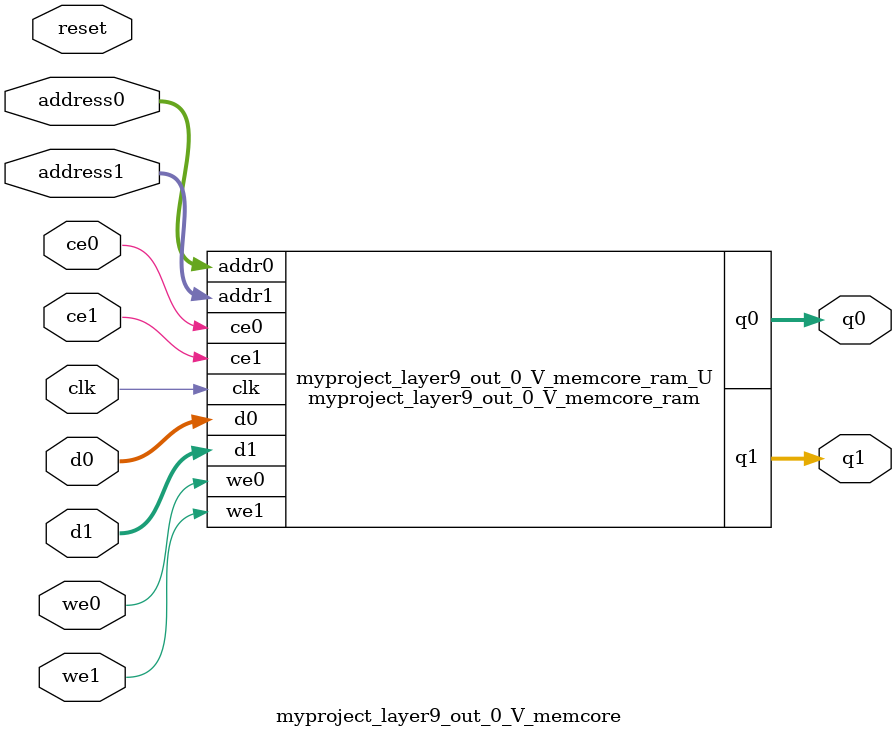
<source format=v>
`timescale 1 ns / 1 ps
module myproject_layer9_out_0_V_memcore_ram (addr0, ce0, d0, we0, q0, addr1, ce1, d1, we1, q1,  clk);

parameter DWIDTH = 16;
parameter AWIDTH = 4;
parameter MEM_SIZE = 14;

input[AWIDTH-1:0] addr0;
input ce0;
input[DWIDTH-1:0] d0;
input we0;
output reg[DWIDTH-1:0] q0;
input[AWIDTH-1:0] addr1;
input ce1;
input[DWIDTH-1:0] d1;
input we1;
output reg[DWIDTH-1:0] q1;
input clk;

(* ram_style = "distributed" *)reg [DWIDTH-1:0] ram[0:MEM_SIZE-1];




always @(posedge clk)  
begin 
    if (ce0) begin
        if (we0) 
            ram[addr0] <= d0; 
        q0 <= ram[addr0];
    end
end


always @(posedge clk)  
begin 
    if (ce1) begin
        if (we1) 
            ram[addr1] <= d1; 
        q1 <= ram[addr1];
    end
end


endmodule

`timescale 1 ns / 1 ps
module myproject_layer9_out_0_V_memcore(
    reset,
    clk,
    address0,
    ce0,
    we0,
    d0,
    q0,
    address1,
    ce1,
    we1,
    d1,
    q1);

parameter DataWidth = 32'd16;
parameter AddressRange = 32'd14;
parameter AddressWidth = 32'd4;
input reset;
input clk;
input[AddressWidth - 1:0] address0;
input ce0;
input we0;
input[DataWidth - 1:0] d0;
output[DataWidth - 1:0] q0;
input[AddressWidth - 1:0] address1;
input ce1;
input we1;
input[DataWidth - 1:0] d1;
output[DataWidth - 1:0] q1;



myproject_layer9_out_0_V_memcore_ram myproject_layer9_out_0_V_memcore_ram_U(
    .clk( clk ),
    .addr0( address0 ),
    .ce0( ce0 ),
    .we0( we0 ),
    .d0( d0 ),
    .q0( q0 ),
    .addr1( address1 ),
    .ce1( ce1 ),
    .we1( we1 ),
    .d1( d1 ),
    .q1( q1 ));

endmodule


</source>
